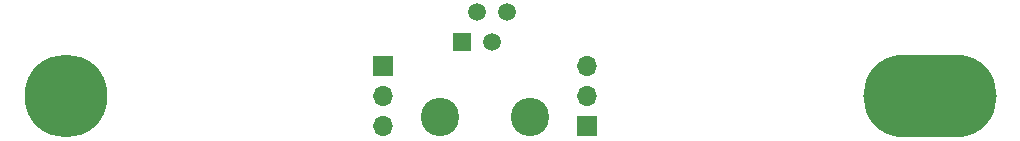
<source format=gts>
%TF.GenerationSoftware,KiCad,Pcbnew,5.1.10*%
%TF.CreationDate,2021-12-13T09:12:55+01:00*%
%TF.ProjectId,sensor_board,73656e73-6f72-45f6-926f-6172642e6b69,rev?*%
%TF.SameCoordinates,Original*%
%TF.FileFunction,Soldermask,Top*%
%TF.FilePolarity,Negative*%
%FSLAX46Y46*%
G04 Gerber Fmt 4.6, Leading zero omitted, Abs format (unit mm)*
G04 Created by KiCad (PCBNEW 5.1.10) date 2021-12-13 09:12:55*
%MOMM*%
%LPD*%
G01*
G04 APERTURE LIST*
%ADD10O,11.300000X7.000000*%
%ADD11C,7.000000*%
%ADD12R,1.500000X1.500000*%
%ADD13C,1.500000*%
%ADD14C,3.250000*%
%ADD15O,1.700000X1.700000*%
%ADD16R,1.700000X1.700000*%
G04 APERTURE END LIST*
D10*
X176850000Y-86200000D03*
D11*
X103700000Y-86200000D03*
D12*
X137265000Y-81570000D03*
D13*
X138535000Y-79030000D03*
X139805000Y-81570000D03*
X141075000Y-79030000D03*
D14*
X142985000Y-87920000D03*
X135365000Y-87920000D03*
D15*
X130600000Y-88755000D03*
X130600000Y-86215000D03*
D16*
X130600000Y-83675000D03*
D15*
X147800000Y-83645000D03*
X147800000Y-86185000D03*
D16*
X147800000Y-88725000D03*
M02*

</source>
